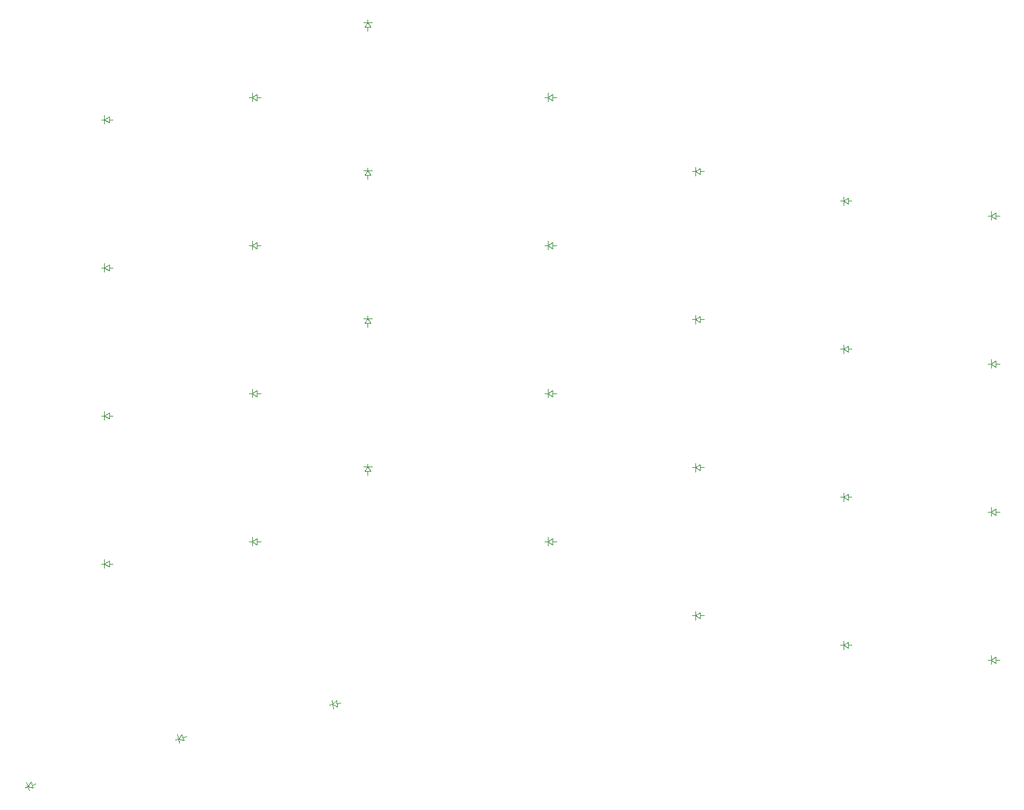
<source format=gbr>
%TF.GenerationSoftware,KiCad,Pcbnew,9.0.3-1.fc42*%
%TF.CreationDate,2025-08-21T15:19:56+02:00*%
%TF.ProjectId,right,72696768-742e-46b6-9963-61645f706362,v1.0.0*%
%TF.SameCoordinates,Original*%
%TF.FileFunction,Legend,Bot*%
%TF.FilePolarity,Positive*%
%FSLAX46Y46*%
G04 Gerber Fmt 4.6, Leading zero omitted, Abs format (unit mm)*
G04 Created by KiCad (PCBNEW 9.0.3-1.fc42) date 2025-08-21 15:19:56*
%MOMM*%
%LPD*%
G01*
G04 APERTURE LIST*
%ADD10C,0.100000*%
G04 APERTURE END LIST*
D10*
%TO.C,D17*%
X280250000Y-189260000D02*
X280650000Y-189260000D01*
X280650000Y-189260000D02*
X280650000Y-188710000D01*
X280650000Y-189260000D02*
X280650000Y-189810000D01*
X280650000Y-189260000D02*
X281250000Y-188860000D01*
X281250000Y-188860000D02*
X281250000Y-189660000D01*
X281250000Y-189260000D02*
X281750000Y-189260000D01*
X281250000Y-189660000D02*
X280650000Y-189260000D01*
%TO.C,D25*%
X290567811Y-210276871D02*
X290961734Y-210207412D01*
X290961734Y-210207412D02*
X290866228Y-209665768D01*
X290961734Y-210207412D02*
X291057241Y-210749056D01*
X290961734Y-210207412D02*
X291483160Y-209709300D01*
X291483160Y-209709300D02*
X291622078Y-210497146D01*
X291552619Y-210103223D02*
X292045023Y-210016399D01*
X291622078Y-210497146D02*
X290961734Y-210207412D01*
%TO.C,D26*%
X270761999Y-214734731D02*
X271148369Y-214631204D01*
X271148369Y-214631204D02*
X271006018Y-214099943D01*
X271148369Y-214631204D02*
X271290719Y-215162463D01*
X271148369Y-214631204D02*
X271624397Y-214089542D01*
X271624397Y-214089542D02*
X271831452Y-214862283D01*
X271727924Y-214475912D02*
X272210887Y-214346503D01*
X271831452Y-214862283D02*
X271148369Y-214631204D01*
%TO.C,D24*%
X261250000Y-134967500D02*
X261650000Y-134967500D01*
X261650000Y-134967500D02*
X261650000Y-134417500D01*
X261650000Y-134967500D02*
X261650000Y-135517500D01*
X261650000Y-134967500D02*
X262250000Y-134567500D01*
X262250000Y-134567500D02*
X262250000Y-135367500D01*
X262250000Y-134967500D02*
X262750000Y-134967500D01*
X262250000Y-135367500D02*
X261650000Y-134967500D01*
%TO.C,D9*%
X337250000Y-198785000D02*
X337650000Y-198785000D01*
X337650000Y-198785000D02*
X337650000Y-198235000D01*
X337650000Y-198785000D02*
X337650000Y-199335000D01*
X337650000Y-198785000D02*
X338250000Y-198385000D01*
X338250000Y-198385000D02*
X338250000Y-199185000D01*
X338250000Y-198785000D02*
X338750000Y-198785000D01*
X338250000Y-199185000D02*
X337650000Y-198785000D01*
%TO.C,D11*%
X337250000Y-160685000D02*
X337650000Y-160685000D01*
X337650000Y-160685000D02*
X337650000Y-160135000D01*
X337650000Y-160685000D02*
X337650000Y-161235000D01*
X337650000Y-160685000D02*
X338250000Y-160285000D01*
X338250000Y-160285000D02*
X338250000Y-161085000D01*
X338250000Y-160685000D02*
X338750000Y-160685000D01*
X338250000Y-161085000D02*
X337650000Y-160685000D01*
%TO.C,D2*%
X375250000Y-185450000D02*
X375650000Y-185450000D01*
X375650000Y-185450000D02*
X375650000Y-184900000D01*
X375650000Y-185450000D02*
X375650000Y-186000000D01*
X375650000Y-185450000D02*
X376250000Y-185050000D01*
X376250000Y-185050000D02*
X376250000Y-185850000D01*
X376250000Y-185450000D02*
X376750000Y-185450000D01*
X376250000Y-185850000D02*
X375650000Y-185450000D01*
%TO.C,D23*%
X261250000Y-154017500D02*
X261650000Y-154017500D01*
X261650000Y-154017500D02*
X261650000Y-153467500D01*
X261650000Y-154017500D02*
X261650000Y-154567500D01*
X261650000Y-154017500D02*
X262250000Y-153617500D01*
X262250000Y-153617500D02*
X262250000Y-154417500D01*
X262250000Y-154017500D02*
X262750000Y-154017500D01*
X262250000Y-154417500D02*
X261650000Y-154017500D01*
%TO.C,D28*%
X295100000Y-180247500D02*
X295500000Y-179647500D01*
X295500000Y-179247500D02*
X295500000Y-179647500D01*
X295500000Y-179647500D02*
X294950000Y-179647500D01*
X295500000Y-179647500D02*
X295900000Y-180247500D01*
X295500000Y-179647500D02*
X296050000Y-179647500D01*
X295500000Y-180247500D02*
X295500000Y-180747500D01*
X295900000Y-180247500D02*
X295100000Y-180247500D01*
%TO.C,D6*%
X356250000Y-183545000D02*
X356650000Y-183545000D01*
X356650000Y-183545000D02*
X356650000Y-182995000D01*
X356650000Y-183545000D02*
X356650000Y-184095000D01*
X356650000Y-183545000D02*
X357250000Y-183145000D01*
X357250000Y-183145000D02*
X357250000Y-183945000D01*
X357250000Y-183545000D02*
X357750000Y-183545000D01*
X357250000Y-183945000D02*
X356650000Y-183545000D01*
%TO.C,D30*%
X295100000Y-142147500D02*
X295500000Y-141547500D01*
X295500000Y-141147500D02*
X295500000Y-141547500D01*
X295500000Y-141547500D02*
X294950000Y-141547500D01*
X295500000Y-141547500D02*
X295900000Y-142147500D01*
X295500000Y-141547500D02*
X296050000Y-141547500D01*
X295500000Y-142147500D02*
X295500000Y-142647500D01*
X295900000Y-142147500D02*
X295100000Y-142147500D01*
%TO.C,D8*%
X356250000Y-145445000D02*
X356650000Y-145445000D01*
X356650000Y-145445000D02*
X356650000Y-144895000D01*
X356650000Y-145445000D02*
X356650000Y-145995000D01*
X356650000Y-145445000D02*
X357250000Y-145045000D01*
X357250000Y-145045000D02*
X357250000Y-145845000D01*
X357250000Y-145445000D02*
X357750000Y-145445000D01*
X357250000Y-145845000D02*
X356650000Y-145445000D01*
%TO.C,D3*%
X375250000Y-166400000D02*
X375650000Y-166400000D01*
X375650000Y-166400000D02*
X375650000Y-165850000D01*
X375650000Y-166400000D02*
X375650000Y-166950000D01*
X375650000Y-166400000D02*
X376250000Y-166000000D01*
X376250000Y-166000000D02*
X376250000Y-166800000D01*
X376250000Y-166400000D02*
X376750000Y-166400000D01*
X376250000Y-166800000D02*
X375650000Y-166400000D01*
%TO.C,D22*%
X261250000Y-173067500D02*
X261650000Y-173067500D01*
X261650000Y-173067500D02*
X261650000Y-172517500D01*
X261650000Y-173067500D02*
X261650000Y-173617500D01*
X261650000Y-173067500D02*
X262250000Y-172667500D01*
X262250000Y-172667500D02*
X262250000Y-173467500D01*
X262250000Y-173067500D02*
X262750000Y-173067500D01*
X262250000Y-173467500D02*
X261650000Y-173067500D01*
%TO.C,D31*%
X295100000Y-123097500D02*
X295500000Y-122497500D01*
X295500000Y-122097500D02*
X295500000Y-122497500D01*
X295500000Y-122497500D02*
X294950000Y-122497500D01*
X295500000Y-122497500D02*
X295900000Y-123097500D01*
X295500000Y-122497500D02*
X296050000Y-122497500D01*
X295500000Y-123097500D02*
X295500000Y-123597500D01*
X295900000Y-123097500D02*
X295100000Y-123097500D01*
%TO.C,D20*%
X280250000Y-132110000D02*
X280650000Y-132110000D01*
X280650000Y-132110000D02*
X280650000Y-131560000D01*
X280650000Y-132110000D02*
X280650000Y-132660000D01*
X280650000Y-132110000D02*
X281250000Y-131710000D01*
X281250000Y-131710000D02*
X281250000Y-132510000D01*
X281250000Y-132110000D02*
X281750000Y-132110000D01*
X281250000Y-132510000D02*
X280650000Y-132110000D01*
%TO.C,D10*%
X337250000Y-179735000D02*
X337650000Y-179735000D01*
X337650000Y-179735000D02*
X337650000Y-179185000D01*
X337650000Y-179735000D02*
X337650000Y-180285000D01*
X337650000Y-179735000D02*
X338250000Y-179335000D01*
X338250000Y-179335000D02*
X338250000Y-180135000D01*
X338250000Y-179735000D02*
X338750000Y-179735000D01*
X338250000Y-180135000D02*
X337650000Y-179735000D01*
%TO.C,D29*%
X295100000Y-161197500D02*
X295500000Y-160597500D01*
X295500000Y-160197500D02*
X295500000Y-160597500D01*
X295500000Y-160597500D02*
X294950000Y-160597500D01*
X295500000Y-160597500D02*
X295900000Y-161197500D01*
X295500000Y-160597500D02*
X296050000Y-160597500D01*
X295500000Y-161197500D02*
X295500000Y-161697500D01*
X295900000Y-161197500D02*
X295100000Y-161197500D01*
%TO.C,D13*%
X318250000Y-189260000D02*
X318650000Y-189260000D01*
X318650000Y-189260000D02*
X318650000Y-188710000D01*
X318650000Y-189260000D02*
X318650000Y-189810000D01*
X318650000Y-189260000D02*
X319250000Y-188860000D01*
X319250000Y-188860000D02*
X319250000Y-189660000D01*
X319250000Y-189260000D02*
X319750000Y-189260000D01*
X319250000Y-189660000D02*
X318650000Y-189260000D01*
%TO.C,D18*%
X280250000Y-170210000D02*
X280650000Y-170210000D01*
X280650000Y-170210000D02*
X280650000Y-169660000D01*
X280650000Y-170210000D02*
X280650000Y-170760000D01*
X280650000Y-170210000D02*
X281250000Y-169810000D01*
X281250000Y-169810000D02*
X281250000Y-170610000D01*
X281250000Y-170210000D02*
X281750000Y-170210000D01*
X281250000Y-170610000D02*
X280650000Y-170210000D01*
%TO.C,D12*%
X337250000Y-141635000D02*
X337650000Y-141635000D01*
X337650000Y-141635000D02*
X337650000Y-141085000D01*
X337650000Y-141635000D02*
X337650000Y-142185000D01*
X337650000Y-141635000D02*
X338250000Y-141235000D01*
X338250000Y-141235000D02*
X338250000Y-142035000D01*
X338250000Y-141635000D02*
X338750000Y-141635000D01*
X338250000Y-142035000D02*
X337650000Y-141635000D01*
%TO.C,D21*%
X261250000Y-192117500D02*
X261650000Y-192117500D01*
X261650000Y-192117500D02*
X261650000Y-191567500D01*
X261650000Y-192117500D02*
X261650000Y-192667500D01*
X261650000Y-192117500D02*
X262250000Y-191717500D01*
X262250000Y-191717500D02*
X262250000Y-192517500D01*
X262250000Y-192117500D02*
X262750000Y-192117500D01*
X262250000Y-192517500D02*
X261650000Y-192117500D01*
%TO.C,D14*%
X318250000Y-170210000D02*
X318650000Y-170210000D01*
X318650000Y-170210000D02*
X318650000Y-169660000D01*
X318650000Y-170210000D02*
X318650000Y-170760000D01*
X318650000Y-170210000D02*
X319250000Y-169810000D01*
X319250000Y-169810000D02*
X319250000Y-170610000D01*
X319250000Y-170210000D02*
X319750000Y-170210000D01*
X319250000Y-170610000D02*
X318650000Y-170210000D01*
%TO.C,D19*%
X280250000Y-151160000D02*
X280650000Y-151160000D01*
X280650000Y-151160000D02*
X280650000Y-150610000D01*
X280650000Y-151160000D02*
X280650000Y-151710000D01*
X280650000Y-151160000D02*
X281250000Y-150760000D01*
X281250000Y-150760000D02*
X281250000Y-151560000D01*
X281250000Y-151160000D02*
X281750000Y-151160000D01*
X281250000Y-151560000D02*
X280650000Y-151160000D01*
%TO.C,D7*%
X356250000Y-164495000D02*
X356650000Y-164495000D01*
X356650000Y-164495000D02*
X356650000Y-163945000D01*
X356650000Y-164495000D02*
X356650000Y-165045000D01*
X356650000Y-164495000D02*
X357250000Y-164095000D01*
X357250000Y-164095000D02*
X357250000Y-164895000D01*
X357250000Y-164495000D02*
X357750000Y-164495000D01*
X357250000Y-164895000D02*
X356650000Y-164495000D01*
%TO.C,D5*%
X356250000Y-202595000D02*
X356650000Y-202595000D01*
X356650000Y-202595000D02*
X356650000Y-202045000D01*
X356650000Y-202595000D02*
X356650000Y-203145000D01*
X356650000Y-202595000D02*
X357250000Y-202195000D01*
X357250000Y-202195000D02*
X357250000Y-202995000D01*
X357250000Y-202595000D02*
X357750000Y-202595000D01*
X357250000Y-202995000D02*
X356650000Y-202595000D01*
%TO.C,D15*%
X318250000Y-151160000D02*
X318650000Y-151160000D01*
X318650000Y-151160000D02*
X318650000Y-150610000D01*
X318650000Y-151160000D02*
X318650000Y-151710000D01*
X318650000Y-151160000D02*
X319250000Y-150760000D01*
X319250000Y-150760000D02*
X319250000Y-151560000D01*
X319250000Y-151160000D02*
X319750000Y-151160000D01*
X319250000Y-151560000D02*
X318650000Y-151160000D01*
%TO.C,D1*%
X375250000Y-204500000D02*
X375650000Y-204500000D01*
X375650000Y-204500000D02*
X375650000Y-203950000D01*
X375650000Y-204500000D02*
X375650000Y-205050000D01*
X375650000Y-204500000D02*
X376250000Y-204100000D01*
X376250000Y-204100000D02*
X376250000Y-204900000D01*
X376250000Y-204500000D02*
X376750000Y-204500000D01*
X376250000Y-204900000D02*
X375650000Y-204500000D01*
%TO.C,D4*%
X375250000Y-147350000D02*
X375650000Y-147350000D01*
X375650000Y-147350000D02*
X375650000Y-146800000D01*
X375650000Y-147350000D02*
X375650000Y-147900000D01*
X375650000Y-147350000D02*
X376250000Y-146950000D01*
X376250000Y-146950000D02*
X376250000Y-147750000D01*
X376250000Y-147350000D02*
X376750000Y-147350000D01*
X376250000Y-147750000D02*
X375650000Y-147350000D01*
%TO.C,D27*%
X251420083Y-220901819D02*
X251795960Y-220765011D01*
X251795960Y-220765011D02*
X251607849Y-220248180D01*
X251795960Y-220765011D02*
X251984071Y-221281842D01*
X251795960Y-220765011D02*
X252222967Y-220183922D01*
X252222967Y-220183922D02*
X252496583Y-220935676D01*
X252359775Y-220559799D02*
X252829621Y-220388789D01*
X252496583Y-220935676D02*
X251795960Y-220765011D01*
%TO.C,D16*%
X318250000Y-132110000D02*
X318650000Y-132110000D01*
X318650000Y-132110000D02*
X318650000Y-131560000D01*
X318650000Y-132110000D02*
X318650000Y-132660000D01*
X318650000Y-132110000D02*
X319250000Y-131710000D01*
X319250000Y-131710000D02*
X319250000Y-132510000D01*
X319250000Y-132110000D02*
X319750000Y-132110000D01*
X319250000Y-132510000D02*
X318650000Y-132110000D01*
%TD*%
M02*

</source>
